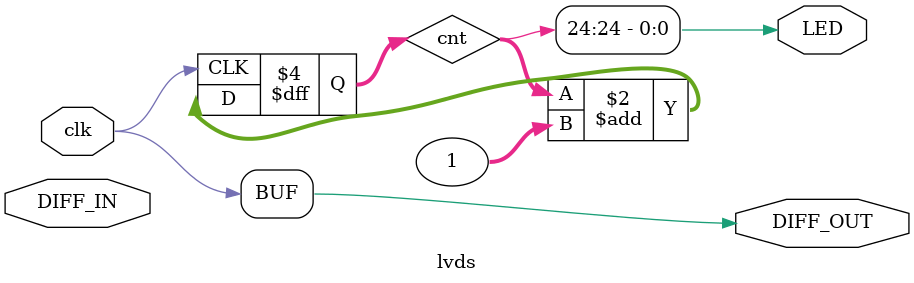
<source format=v>

module lvds (input wire clk,        // 50MHz input clock
              output wire LED,       // LED ouput
              input DIFF_IN,
              output DIFF_OUT);
    
    reg [31:0] cnt; // 32-bit counter

    initial begin
        cnt <= 32'h00000000; // start at zero
    end
    
    always @(posedge clk) begin
        cnt <= cnt + 1; // count up
    end
    
    //assign LED to 25th bit of the counter to blink the LED at a few Hz
    assign LED        = cnt[24];
    assign DIFF_OUT = clk;
    
endmodule

</source>
